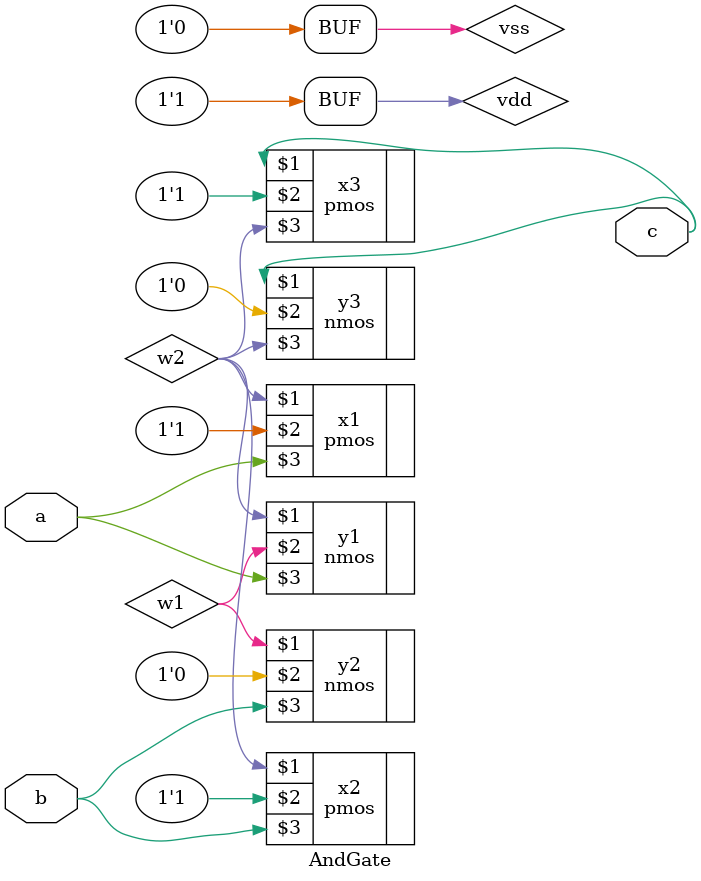
<source format=v>

module AndGate(a,b,c);

//i/o ports
input a,b;
output c;

//declare wires
wire w1,w2;

//declare supply and ground
supply1 vdd;
supply0 vss;

//stage one

//pull up network
pmos x1(w2,vdd,a);
pmos x2(w2,vdd,b);

//pull down network
nmos y1(w2,w1,a);
nmos y2(w1,vss,b);

//stage two

//pull up network
pmos x3(c,vdd,w2);

//pull down network
nmos y3(c,vss,w2);

//endmodule
endmodule

</source>
